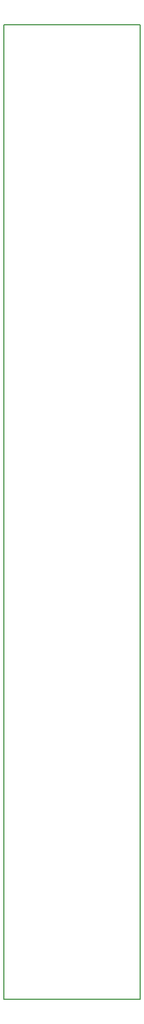
<source format=gbr>
%TF.GenerationSoftware,KiCad,Pcbnew,(5.1.6)-1*%
%TF.CreationDate,2020-06-22T20:02:40-05:00*%
%TF.ProjectId,NOISE_x_S_and_H,4e4f4953-455f-4785-9f53-5f616e645f48,rev?*%
%TF.SameCoordinates,Original*%
%TF.FileFunction,Profile,NP*%
%FSLAX46Y46*%
G04 Gerber Fmt 4.6, Leading zero omitted, Abs format (unit mm)*
G04 Created by KiCad (PCBNEW (5.1.6)-1) date 2020-06-22 20:02:40*
%MOMM*%
%LPD*%
G01*
G04 APERTURE LIST*
%TA.AperFunction,Profile*%
%ADD10C,0.150000*%
%TD*%
G04 APERTURE END LIST*
D10*
X148550000Y-20400000D02*
X169550000Y-20400000D01*
X169550000Y-20400000D02*
X169550000Y-170400000D01*
X148550000Y-170400000D02*
X169550000Y-170400000D01*
X148550000Y-20400000D02*
X148550000Y-170400000D01*
M02*

</source>
